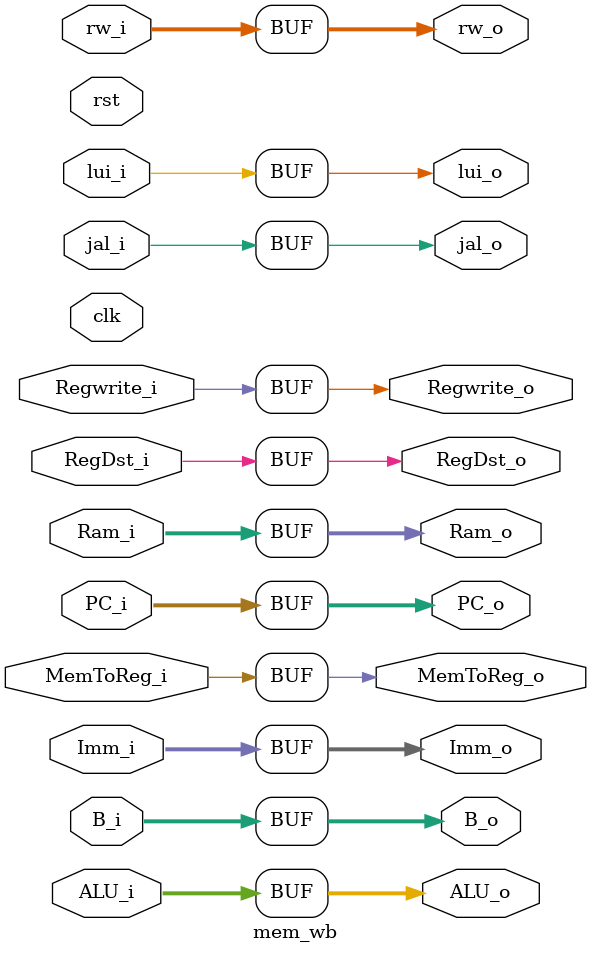
<source format=v>
`timescale 1ns / 1ps

//Mem_WB流水部件
module mem_wb(
    input       clk, rst,
    input       [4:0] rw_i,
    input       jal_i,
    input       MemToReg_i,Regwrite_i,RegDst_i,
    input       lui_i,
    input       [31:0] Imm_i,PC_i,ALU_i, Ram_i, B_i,
    output /*reg*/  [4:0] rw_o,
    output /*reg*/  jal_o,
    output /*reg*/  MemToReg_o,Regwrite_o,RegDst_o,
    output /*reg*/  lui_o,
    output /*reg*/  [31:0] Imm_o,PC_o, ALU_o, Ram_o, B_o
    );
    //WB，在访存结束之后，写回寄存器需要的控制信号
    assign rw_o = rw_i;
    assign MemToReg_o = MemToReg_i;    //决定写回数据的来源，是ALU还是Mem
    assign jal_o = jal_i;         //决定写回数据的来源，是上面的结果还是PC+1
    assign lui_o = lui_i;         //决定写回数据的来源，是否是LUI式的拓展
    assign Regwrite_o = Regwrite_i;    //决定是否写回
    assign RegDst_o = RegDst_i;      //决定写回到哪个寄存器
    //A,B,PC,IMM
    assign PC_o = PC_i;          //用于NPC决定下一条指令位置         
    assign Imm_o = Imm_i;            //用于1.ALU操作数2.写回3.NPC
    assign ALU_o = ALU_i;
    assign Ram_o = Ram_i;
    assign B_o = B_i;//用于写回数据

endmodule
/*    always @(posedge clk) begin
        if (rst) begin
            //WB，在访存结束之后，写回寄存器需要的控制信号
            MemToReg_o <= 0;    //决定写回数据的来源，是ALU还是Mem
            jal_o <= 0;         //决定写回数据的来源，是上面的结果还是PC+1
            lui_o <= 0;         //决定写回数据的来源，是否是LUI式的拓展
            Regwrite_o <= 0;    //决定是否写回
            RegDst_o <= 0;      //决定写回到哪个寄存器
            //Mem，ALU计算之后，写入存储器之前需要的控制信号
            Memwrite_o <= 0;    //决定是否存进ram
            lb_o <= 0;          //决定mem的load方式
            //EX，ALU需要的信号
            ALUOP_o <=0;        //ALU的运算符，源于IS的指令
            ALUsrc_o <= 0;      //决定ALU的B，是寄存器还是Imm
            jr_o <= 0;          //NPC中决定跳转
            j_o <= 0;           //同上
            bne_o <= 0;         //同上
            beq_o <= 0;         //同上
            blez_o <= 0;        //同上   
            //A,B,PC,IMM
            A_o <= 0;           //用于ALU的操作数
            B_o <= 0;           //用于ALU的操作数
            PC_o <= 0;          //用于NPC决定下一条指令位置
            Imm <= 0            //用于1.ALU操作数2.写回3.NPC
        end
        else if () begin
            
        end
    end*/
</source>
